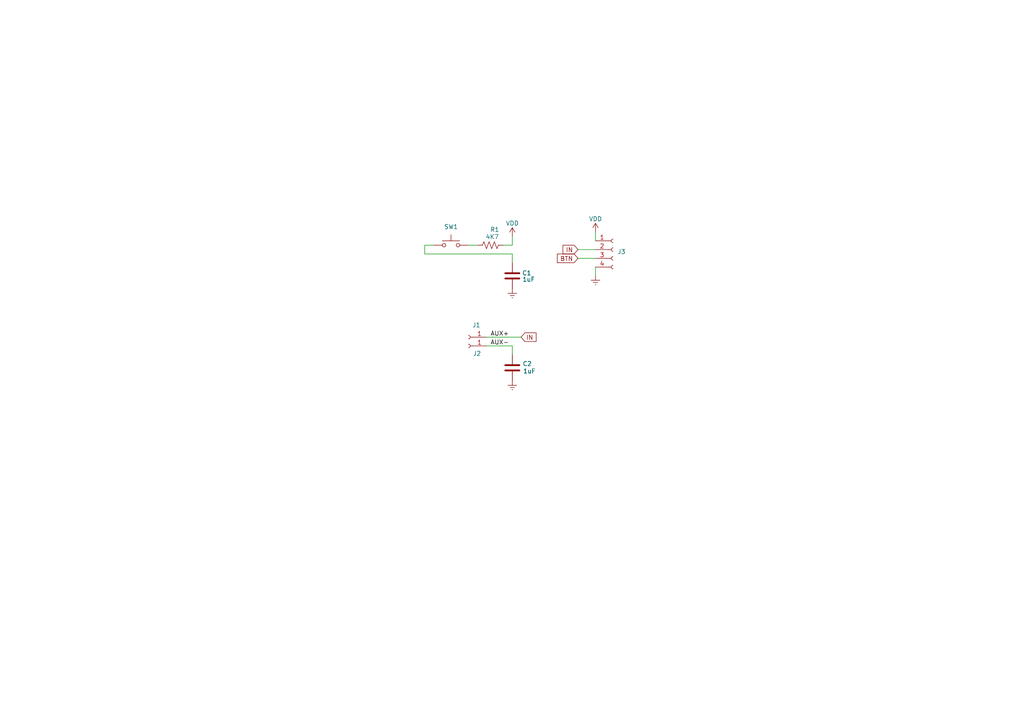
<source format=kicad_sch>
(kicad_sch (version 20230121) (generator eeschema)

  (uuid 1c0e5890-2e76-48d5-9ba7-5a5b625c54d1)

  (paper "A4")

  (lib_symbols
    (symbol "Connector:Conn_01x01_Socket" (pin_names (offset 1.016) hide) (in_bom yes) (on_board yes)
      (property "Reference" "J" (at 0 2.54 0)
        (effects (font (size 1.27 1.27)))
      )
      (property "Value" "Conn_01x01_Socket" (at 0 -2.54 0)
        (effects (font (size 1.27 1.27)))
      )
      (property "Footprint" "" (at 0 0 0)
        (effects (font (size 1.27 1.27)) hide)
      )
      (property "Datasheet" "~" (at 0 0 0)
        (effects (font (size 1.27 1.27)) hide)
      )
      (property "ki_locked" "" (at 0 0 0)
        (effects (font (size 1.27 1.27)))
      )
      (property "ki_keywords" "connector" (at 0 0 0)
        (effects (font (size 1.27 1.27)) hide)
      )
      (property "ki_description" "Generic connector, single row, 01x01, script generated" (at 0 0 0)
        (effects (font (size 1.27 1.27)) hide)
      )
      (property "ki_fp_filters" "Connector*:*_1x??_*" (at 0 0 0)
        (effects (font (size 1.27 1.27)) hide)
      )
      (symbol "Conn_01x01_Socket_1_1"
        (polyline
          (pts
            (xy -1.27 0)
            (xy -0.508 0)
          )
          (stroke (width 0.1524) (type default))
          (fill (type none))
        )
        (arc (start 0 0.508) (mid -0.5058 0) (end 0 -0.508)
          (stroke (width 0.1524) (type default))
          (fill (type none))
        )
        (pin passive line (at -5.08 0 0) (length 3.81)
          (name "Pin_1" (effects (font (size 1.27 1.27))))
          (number "1" (effects (font (size 1.27 1.27))))
        )
      )
    )
    (symbol "Connector:Conn_01x04_Socket" (pin_names (offset 1.016) hide) (in_bom yes) (on_board yes)
      (property "Reference" "J" (at 0 5.08 0)
        (effects (font (size 1.27 1.27)))
      )
      (property "Value" "Conn_01x04_Socket" (at 0 -7.62 0)
        (effects (font (size 1.27 1.27)))
      )
      (property "Footprint" "" (at 0 0 0)
        (effects (font (size 1.27 1.27)) hide)
      )
      (property "Datasheet" "~" (at 0 0 0)
        (effects (font (size 1.27 1.27)) hide)
      )
      (property "ki_locked" "" (at 0 0 0)
        (effects (font (size 1.27 1.27)))
      )
      (property "ki_keywords" "connector" (at 0 0 0)
        (effects (font (size 1.27 1.27)) hide)
      )
      (property "ki_description" "Generic connector, single row, 01x04, script generated" (at 0 0 0)
        (effects (font (size 1.27 1.27)) hide)
      )
      (property "ki_fp_filters" "Connector*:*_1x??_*" (at 0 0 0)
        (effects (font (size 1.27 1.27)) hide)
      )
      (symbol "Conn_01x04_Socket_1_1"
        (arc (start 0 -4.572) (mid -0.5058 -5.08) (end 0 -5.588)
          (stroke (width 0.1524) (type default))
          (fill (type none))
        )
        (arc (start 0 -2.032) (mid -0.5058 -2.54) (end 0 -3.048)
          (stroke (width 0.1524) (type default))
          (fill (type none))
        )
        (polyline
          (pts
            (xy -1.27 -5.08)
            (xy -0.508 -5.08)
          )
          (stroke (width 0.1524) (type default))
          (fill (type none))
        )
        (polyline
          (pts
            (xy -1.27 -2.54)
            (xy -0.508 -2.54)
          )
          (stroke (width 0.1524) (type default))
          (fill (type none))
        )
        (polyline
          (pts
            (xy -1.27 0)
            (xy -0.508 0)
          )
          (stroke (width 0.1524) (type default))
          (fill (type none))
        )
        (polyline
          (pts
            (xy -1.27 2.54)
            (xy -0.508 2.54)
          )
          (stroke (width 0.1524) (type default))
          (fill (type none))
        )
        (arc (start 0 0.508) (mid -0.5058 0) (end 0 -0.508)
          (stroke (width 0.1524) (type default))
          (fill (type none))
        )
        (arc (start 0 3.048) (mid -0.5058 2.54) (end 0 2.032)
          (stroke (width 0.1524) (type default))
          (fill (type none))
        )
        (pin passive line (at -5.08 2.54 0) (length 3.81)
          (name "Pin_1" (effects (font (size 1.27 1.27))))
          (number "1" (effects (font (size 1.27 1.27))))
        )
        (pin passive line (at -5.08 0 0) (length 3.81)
          (name "Pin_2" (effects (font (size 1.27 1.27))))
          (number "2" (effects (font (size 1.27 1.27))))
        )
        (pin passive line (at -5.08 -2.54 0) (length 3.81)
          (name "Pin_3" (effects (font (size 1.27 1.27))))
          (number "3" (effects (font (size 1.27 1.27))))
        )
        (pin passive line (at -5.08 -5.08 0) (length 3.81)
          (name "Pin_4" (effects (font (size 1.27 1.27))))
          (number "4" (effects (font (size 1.27 1.27))))
        )
      )
    )
    (symbol "Device:C" (pin_numbers hide) (pin_names (offset 0.254)) (in_bom yes) (on_board yes)
      (property "Reference" "C" (at 0.635 2.54 0)
        (effects (font (size 1.27 1.27)) (justify left))
      )
      (property "Value" "C" (at 0.635 -2.54 0)
        (effects (font (size 1.27 1.27)) (justify left))
      )
      (property "Footprint" "" (at 0.9652 -3.81 0)
        (effects (font (size 1.27 1.27)) hide)
      )
      (property "Datasheet" "~" (at 0 0 0)
        (effects (font (size 1.27 1.27)) hide)
      )
      (property "ki_keywords" "cap capacitor" (at 0 0 0)
        (effects (font (size 1.27 1.27)) hide)
      )
      (property "ki_description" "Unpolarized capacitor" (at 0 0 0)
        (effects (font (size 1.27 1.27)) hide)
      )
      (property "ki_fp_filters" "C_*" (at 0 0 0)
        (effects (font (size 1.27 1.27)) hide)
      )
      (symbol "C_0_1"
        (polyline
          (pts
            (xy -2.032 -0.762)
            (xy 2.032 -0.762)
          )
          (stroke (width 0.508) (type default))
          (fill (type none))
        )
        (polyline
          (pts
            (xy -2.032 0.762)
            (xy 2.032 0.762)
          )
          (stroke (width 0.508) (type default))
          (fill (type none))
        )
      )
      (symbol "C_1_1"
        (pin passive line (at 0 3.81 270) (length 2.794)
          (name "~" (effects (font (size 1.27 1.27))))
          (number "1" (effects (font (size 1.27 1.27))))
        )
        (pin passive line (at 0 -3.81 90) (length 2.794)
          (name "~" (effects (font (size 1.27 1.27))))
          (number "2" (effects (font (size 1.27 1.27))))
        )
      )
    )
    (symbol "Device:R_US" (pin_numbers hide) (pin_names (offset 0)) (in_bom yes) (on_board yes)
      (property "Reference" "R" (at 2.54 0 90)
        (effects (font (size 1.27 1.27)))
      )
      (property "Value" "R_US" (at -2.54 0 90)
        (effects (font (size 1.27 1.27)))
      )
      (property "Footprint" "" (at 1.016 -0.254 90)
        (effects (font (size 1.27 1.27)) hide)
      )
      (property "Datasheet" "~" (at 0 0 0)
        (effects (font (size 1.27 1.27)) hide)
      )
      (property "ki_keywords" "R res resistor" (at 0 0 0)
        (effects (font (size 1.27 1.27)) hide)
      )
      (property "ki_description" "Resistor, US symbol" (at 0 0 0)
        (effects (font (size 1.27 1.27)) hide)
      )
      (property "ki_fp_filters" "R_*" (at 0 0 0)
        (effects (font (size 1.27 1.27)) hide)
      )
      (symbol "R_US_0_1"
        (polyline
          (pts
            (xy 0 -2.286)
            (xy 0 -2.54)
          )
          (stroke (width 0) (type default))
          (fill (type none))
        )
        (polyline
          (pts
            (xy 0 2.286)
            (xy 0 2.54)
          )
          (stroke (width 0) (type default))
          (fill (type none))
        )
        (polyline
          (pts
            (xy 0 -0.762)
            (xy 1.016 -1.143)
            (xy 0 -1.524)
            (xy -1.016 -1.905)
            (xy 0 -2.286)
          )
          (stroke (width 0) (type default))
          (fill (type none))
        )
        (polyline
          (pts
            (xy 0 0.762)
            (xy 1.016 0.381)
            (xy 0 0)
            (xy -1.016 -0.381)
            (xy 0 -0.762)
          )
          (stroke (width 0) (type default))
          (fill (type none))
        )
        (polyline
          (pts
            (xy 0 2.286)
            (xy 1.016 1.905)
            (xy 0 1.524)
            (xy -1.016 1.143)
            (xy 0 0.762)
          )
          (stroke (width 0) (type default))
          (fill (type none))
        )
      )
      (symbol "R_US_1_1"
        (pin passive line (at 0 3.81 270) (length 1.27)
          (name "~" (effects (font (size 1.27 1.27))))
          (number "1" (effects (font (size 1.27 1.27))))
        )
        (pin passive line (at 0 -3.81 90) (length 1.27)
          (name "~" (effects (font (size 1.27 1.27))))
          (number "2" (effects (font (size 1.27 1.27))))
        )
      )
    )
    (symbol "Switch:SW_Push" (pin_numbers hide) (pin_names (offset 1.016) hide) (in_bom yes) (on_board yes)
      (property "Reference" "SW" (at 1.27 2.54 0)
        (effects (font (size 1.27 1.27)) (justify left))
      )
      (property "Value" "SW_Push" (at 0 -1.524 0)
        (effects (font (size 1.27 1.27)))
      )
      (property "Footprint" "" (at 0 5.08 0)
        (effects (font (size 1.27 1.27)) hide)
      )
      (property "Datasheet" "~" (at 0 5.08 0)
        (effects (font (size 1.27 1.27)) hide)
      )
      (property "ki_keywords" "switch normally-open pushbutton push-button" (at 0 0 0)
        (effects (font (size 1.27 1.27)) hide)
      )
      (property "ki_description" "Push button switch, generic, two pins" (at 0 0 0)
        (effects (font (size 1.27 1.27)) hide)
      )
      (symbol "SW_Push_0_1"
        (circle (center -2.032 0) (radius 0.508)
          (stroke (width 0) (type default))
          (fill (type none))
        )
        (polyline
          (pts
            (xy 0 1.27)
            (xy 0 3.048)
          )
          (stroke (width 0) (type default))
          (fill (type none))
        )
        (polyline
          (pts
            (xy 2.54 1.27)
            (xy -2.54 1.27)
          )
          (stroke (width 0) (type default))
          (fill (type none))
        )
        (circle (center 2.032 0) (radius 0.508)
          (stroke (width 0) (type default))
          (fill (type none))
        )
        (pin passive line (at -5.08 0 0) (length 2.54)
          (name "1" (effects (font (size 1.27 1.27))))
          (number "1" (effects (font (size 1.27 1.27))))
        )
        (pin passive line (at 5.08 0 180) (length 2.54)
          (name "2" (effects (font (size 1.27 1.27))))
          (number "2" (effects (font (size 1.27 1.27))))
        )
      )
    )
    (symbol "power:Earth" (power) (pin_names (offset 0)) (in_bom yes) (on_board yes)
      (property "Reference" "#PWR" (at 0 -6.35 0)
        (effects (font (size 1.27 1.27)) hide)
      )
      (property "Value" "Earth" (at 0 -3.81 0)
        (effects (font (size 1.27 1.27)) hide)
      )
      (property "Footprint" "" (at 0 0 0)
        (effects (font (size 1.27 1.27)) hide)
      )
      (property "Datasheet" "~" (at 0 0 0)
        (effects (font (size 1.27 1.27)) hide)
      )
      (property "ki_keywords" "global ground gnd" (at 0 0 0)
        (effects (font (size 1.27 1.27)) hide)
      )
      (property "ki_description" "Power symbol creates a global label with name \"Earth\"" (at 0 0 0)
        (effects (font (size 1.27 1.27)) hide)
      )
      (symbol "Earth_0_1"
        (polyline
          (pts
            (xy -0.635 -1.905)
            (xy 0.635 -1.905)
          )
          (stroke (width 0) (type default))
          (fill (type none))
        )
        (polyline
          (pts
            (xy -0.127 -2.54)
            (xy 0.127 -2.54)
          )
          (stroke (width 0) (type default))
          (fill (type none))
        )
        (polyline
          (pts
            (xy 0 -1.27)
            (xy 0 0)
          )
          (stroke (width 0) (type default))
          (fill (type none))
        )
        (polyline
          (pts
            (xy 1.27 -1.27)
            (xy -1.27 -1.27)
          )
          (stroke (width 0) (type default))
          (fill (type none))
        )
      )
      (symbol "Earth_1_1"
        (pin power_in line (at 0 0 270) (length 0) hide
          (name "Earth" (effects (font (size 1.27 1.27))))
          (number "1" (effects (font (size 1.27 1.27))))
        )
      )
    )
    (symbol "power:VDD" (power) (pin_names (offset 0)) (in_bom yes) (on_board yes)
      (property "Reference" "#PWR" (at 0 -3.81 0)
        (effects (font (size 1.27 1.27)) hide)
      )
      (property "Value" "VDD" (at 0 3.81 0)
        (effects (font (size 1.27 1.27)))
      )
      (property "Footprint" "" (at 0 0 0)
        (effects (font (size 1.27 1.27)) hide)
      )
      (property "Datasheet" "" (at 0 0 0)
        (effects (font (size 1.27 1.27)) hide)
      )
      (property "ki_keywords" "global power" (at 0 0 0)
        (effects (font (size 1.27 1.27)) hide)
      )
      (property "ki_description" "Power symbol creates a global label with name \"VDD\"" (at 0 0 0)
        (effects (font (size 1.27 1.27)) hide)
      )
      (symbol "VDD_0_1"
        (polyline
          (pts
            (xy -0.762 1.27)
            (xy 0 2.54)
          )
          (stroke (width 0) (type default))
          (fill (type none))
        )
        (polyline
          (pts
            (xy 0 0)
            (xy 0 2.54)
          )
          (stroke (width 0) (type default))
          (fill (type none))
        )
        (polyline
          (pts
            (xy 0 2.54)
            (xy 0.762 1.27)
          )
          (stroke (width 0) (type default))
          (fill (type none))
        )
      )
      (symbol "VDD_1_1"
        (pin power_in line (at 0 0 90) (length 0) hide
          (name "VDD" (effects (font (size 1.27 1.27))))
          (number "1" (effects (font (size 1.27 1.27))))
        )
      )
    )
  )


  (wire (pts (xy 148.59 68.58) (xy 148.59 71.12))
    (stroke (width 0) (type default))
    (uuid 0f90e301-6b41-46d2-9b5e-ce4a537bed4a)
  )
  (wire (pts (xy 123.19 71.12) (xy 123.19 73.66))
    (stroke (width 0) (type default))
    (uuid 1232d169-9c15-443a-ac0d-3f765f605551)
  )
  (wire (pts (xy 135.89 71.12) (xy 138.43 71.12))
    (stroke (width 0) (type default))
    (uuid 192bf61a-82ce-4a82-85e0-08119fd1420e)
  )
  (wire (pts (xy 148.59 102.87) (xy 148.59 100.33))
    (stroke (width 0) (type default))
    (uuid 1b4646ba-60bd-4ce0-85b3-90a9acb5a115)
  )
  (wire (pts (xy 123.19 71.12) (xy 125.73 71.12))
    (stroke (width 0) (type default))
    (uuid 32ddf4d6-4651-4dcb-b846-91a1d44df094)
  )
  (wire (pts (xy 167.64 72.39) (xy 172.72 72.39))
    (stroke (width 0) (type default))
    (uuid 34d25400-e3a3-4500-883f-5164989baa89)
  )
  (wire (pts (xy 140.97 97.79) (xy 151.13 97.79))
    (stroke (width 0) (type default))
    (uuid 466e0442-394b-464a-9cd1-c3ebbd8cdd2e)
  )
  (wire (pts (xy 148.59 71.12) (xy 146.05 71.12))
    (stroke (width 0) (type default))
    (uuid 4fb457a5-1923-47ea-bff2-1dbdfd2397dc)
  )
  (wire (pts (xy 167.64 74.93) (xy 172.72 74.93))
    (stroke (width 0) (type default))
    (uuid 54fd8502-8b5d-4163-9829-fa2eb9d95741)
  )
  (wire (pts (xy 148.59 73.66) (xy 148.59 76.2))
    (stroke (width 0) (type default))
    (uuid 5866322b-3830-47c7-b068-ea77ce663580)
  )
  (wire (pts (xy 123.19 73.66) (xy 148.59 73.66))
    (stroke (width 0) (type default))
    (uuid 63b88ba7-b0d1-4539-a04b-690b7f07b214)
  )
  (wire (pts (xy 148.59 100.33) (xy 140.97 100.33))
    (stroke (width 0) (type default))
    (uuid 8da1c022-fe03-4c39-b190-1f0452a9a6de)
  )
  (wire (pts (xy 172.72 67.31) (xy 172.72 69.85))
    (stroke (width 0) (type default))
    (uuid a993fb36-d8f6-4d15-bbed-5ee36c1e0834)
  )
  (wire (pts (xy 172.72 80.01) (xy 172.72 77.47))
    (stroke (width 0) (type default))
    (uuid fc97dd06-740d-4a07-90d1-6fab910de12d)
  )

  (label "AUX+" (at 142.24 97.79 0) (fields_autoplaced)
    (effects (font (size 1.27 1.27)) (justify left bottom))
    (uuid 0f0bb5f6-6809-45e9-9159-6259b7c039b7)
  )
  (label "AUX-" (at 142.24 100.33 0) (fields_autoplaced)
    (effects (font (size 1.27 1.27)) (justify left bottom))
    (uuid 880b0671-38eb-4718-8fd1-ccb8c3c4788f)
  )

  (global_label "IN" (shape input) (at 151.13 97.79 0) (fields_autoplaced)
    (effects (font (size 1.27 1.27)) (justify left))
    (uuid 332d96de-efb6-49ac-987f-a277460e15b5)
    (property "Intersheetrefs" "${INTERSHEET_REFS}" (at 155.9711 97.79 0)
      (effects (font (size 1.27 1.27)) (justify left) hide)
    )
  )
  (global_label "IN" (shape input) (at 167.64 72.39 180) (fields_autoplaced)
    (effects (font (size 1.27 1.27)) (justify right))
    (uuid e09d35f3-1a13-4b4f-bf80-5370e81a9afa)
    (property "Intersheetrefs" "${INTERSHEET_REFS}" (at 162.7989 72.39 0)
      (effects (font (size 1.27 1.27)) (justify right) hide)
    )
  )
  (global_label "BTN" (shape input) (at 167.64 74.93 180) (fields_autoplaced)
    (effects (font (size 1.27 1.27)) (justify right))
    (uuid fcb94613-1450-41f7-8ffd-fe3edba25afb)
    (property "Intersheetrefs" "${INTERSHEET_REFS}" (at 161.1661 74.93 0)
      (effects (font (size 1.27 1.27)) (justify right) hide)
    )
  )

  (symbol (lib_id "Device:C") (at 148.59 80.01 0) (unit 1)
    (in_bom yes) (on_board yes) (dnp no)
    (uuid 20b700dd-5970-4711-87c3-6f45530404a1)
    (property "Reference" "C1" (at 154.1366 79.2019 0)
      (effects (font (size 1.27 1.27)) (justify right))
    )
    (property "Value" "1uF" (at 155.1656 81.0312 0)
      (effects (font (size 1.27 1.27)) (justify right))
    )
    (property "Footprint" "Capacitor_SMD:C_0402_1005Metric" (at 149.5552 83.82 0)
      (effects (font (size 1.27 1.27)) hide)
    )
    (property "Datasheet" "~" (at 148.59 80.01 0)
      (effects (font (size 1.27 1.27)) hide)
    )
    (property "LCSC" "C389008" (at 148.59 80.01 0)
      (effects (font (size 1.27 1.27)) hide)
    )
    (pin "1" (uuid 960dcfc2-a622-407c-b287-99521bb006c8))
    (pin "2" (uuid 29fed934-f673-47da-8fdc-e71aea62834b))
    (instances
      (project "Auxilliary"
        (path "/1c0e5890-2e76-48d5-9ba7-5a5b625c54d1"
          (reference "C1") (unit 1)
        )
      )
      (project "MiniSpeaker_Sch"
        (path "/381545a7-118b-42ed-95b7-556cf3d5ccf1"
          (reference "C14") (unit 1)
        )
      )
      (project "ControlPanel"
        (path "/65babcf1-51be-450b-8f6b-a5b3bcaf1a10"
          (reference "C1") (unit 1)
        )
      )
    )
  )

  (symbol (lib_id "power:Earth") (at 148.59 83.82 0) (unit 1)
    (in_bom yes) (on_board yes) (dnp no) (fields_autoplaced)
    (uuid 2b52b5b6-bc85-4cdd-9edf-aa1000a72e99)
    (property "Reference" "#PWR03" (at 148.59 90.17 0)
      (effects (font (size 1.27 1.27)) hide)
    )
    (property "Value" "Earth" (at 148.59 87.63 0)
      (effects (font (size 1.27 1.27)) hide)
    )
    (property "Footprint" "" (at 148.59 83.82 0)
      (effects (font (size 1.27 1.27)) hide)
    )
    (property "Datasheet" "~" (at 148.59 83.82 0)
      (effects (font (size 1.27 1.27)) hide)
    )
    (pin "1" (uuid e69f7f19-feb1-4907-b110-e74c50e7a7e7))
    (instances
      (project "Auxilliary"
        (path "/1c0e5890-2e76-48d5-9ba7-5a5b625c54d1"
          (reference "#PWR03") (unit 1)
        )
      )
      (project "MiniSpeaker_Sch"
        (path "/381545a7-118b-42ed-95b7-556cf3d5ccf1"
          (reference "#PWR020") (unit 1)
        )
      )
      (project "ControlPanel"
        (path "/65babcf1-51be-450b-8f6b-a5b3bcaf1a10"
          (reference "#PWR04") (unit 1)
        )
      )
    )
  )

  (symbol (lib_id "Connector:Conn_01x01_Socket") (at 135.89 100.33 0) (mirror y) (unit 1)
    (in_bom yes) (on_board yes) (dnp no)
    (uuid 41bf6326-1589-4da0-a4ca-c17dbe5dc446)
    (property "Reference" "J2" (at 138.3531 102.5455 0)
      (effects (font (size 1.27 1.27)))
    )
    (property "Value" "Conn_01x01_Socket" (at 136.525 99.06 0)
      (effects (font (size 1.27 1.27)) hide)
    )
    (property "Footprint" "TestPoint:TestPoint_Pad_D2.0mm" (at 135.89 100.33 0)
      (effects (font (size 1.27 1.27)) hide)
    )
    (property "Datasheet" "~" (at 135.89 100.33 0)
      (effects (font (size 1.27 1.27)) hide)
    )
    (pin "1" (uuid 8dff7980-4884-49be-9c7c-2bee2964b7c7))
    (instances
      (project "Auxilliary"
        (path "/1c0e5890-2e76-48d5-9ba7-5a5b625c54d1"
          (reference "J2") (unit 1)
        )
      )
    )
  )

  (symbol (lib_id "Connector:Conn_01x01_Socket") (at 135.89 97.79 0) (mirror y) (unit 1)
    (in_bom yes) (on_board yes) (dnp no)
    (uuid 4da965ea-05b4-4975-b846-59c389ddf60a)
    (property "Reference" "J1" (at 138.1714 94.2804 0)
      (effects (font (size 1.27 1.27)))
    )
    (property "Value" "Conn_01x01_Socket" (at 136.525 96.52 0)
      (effects (font (size 1.27 1.27)) hide)
    )
    (property "Footprint" "TestPoint:TestPoint_Pad_D2.0mm" (at 135.89 97.79 0)
      (effects (font (size 1.27 1.27)) hide)
    )
    (property "Datasheet" "~" (at 135.89 97.79 0)
      (effects (font (size 1.27 1.27)) hide)
    )
    (pin "1" (uuid 31e666f7-79f1-4dff-b1fa-de0218612c96))
    (instances
      (project "Auxilliary"
        (path "/1c0e5890-2e76-48d5-9ba7-5a5b625c54d1"
          (reference "J1") (unit 1)
        )
      )
    )
  )

  (symbol (lib_id "power:Earth") (at 172.72 80.01 0) (unit 1)
    (in_bom yes) (on_board yes) (dnp no) (fields_autoplaced)
    (uuid 4e4ad6ca-0474-4bb2-a94a-15237f56d819)
    (property "Reference" "#PWR05" (at 172.72 86.36 0)
      (effects (font (size 1.27 1.27)) hide)
    )
    (property "Value" "Earth" (at 172.72 83.82 0)
      (effects (font (size 1.27 1.27)) hide)
    )
    (property "Footprint" "" (at 172.72 80.01 0)
      (effects (font (size 1.27 1.27)) hide)
    )
    (property "Datasheet" "~" (at 172.72 80.01 0)
      (effects (font (size 1.27 1.27)) hide)
    )
    (pin "1" (uuid 289694bd-60d8-45a3-a980-38f6487f7fc8))
    (instances
      (project "Auxilliary"
        (path "/1c0e5890-2e76-48d5-9ba7-5a5b625c54d1"
          (reference "#PWR05") (unit 1)
        )
      )
      (project "MiniSpeaker_Sch"
        (path "/381545a7-118b-42ed-95b7-556cf3d5ccf1"
          (reference "#PWR020") (unit 1)
        )
      )
      (project "ControlPanel"
        (path "/65babcf1-51be-450b-8f6b-a5b3bcaf1a10"
          (reference "#PWR04") (unit 1)
        )
      )
    )
  )

  (symbol (lib_id "power:VDD") (at 172.72 67.31 0) (mirror y) (unit 1)
    (in_bom yes) (on_board yes) (dnp no) (fields_autoplaced)
    (uuid 5eabb2d2-9be8-407a-a1d2-c4c06966eb3f)
    (property "Reference" "#PWR04" (at 172.72 71.12 0)
      (effects (font (size 1.27 1.27)) hide)
    )
    (property "Value" "VDD" (at 172.72 63.5 0)
      (effects (font (size 1.27 1.27)))
    )
    (property "Footprint" "" (at 172.72 67.31 0)
      (effects (font (size 1.27 1.27)) hide)
    )
    (property "Datasheet" "" (at 172.72 67.31 0)
      (effects (font (size 1.27 1.27)) hide)
    )
    (pin "1" (uuid c1650738-8b80-4560-a83c-4f936e322db5))
    (instances
      (project "Auxilliary"
        (path "/1c0e5890-2e76-48d5-9ba7-5a5b625c54d1"
          (reference "#PWR04") (unit 1)
        )
      )
      (project "MiniSpeaker_Sch"
        (path "/381545a7-118b-42ed-95b7-556cf3d5ccf1"
          (reference "#PWR018") (unit 1)
        )
      )
      (project "ControlPanel"
        (path "/65babcf1-51be-450b-8f6b-a5b3bcaf1a10"
          (reference "#PWR01") (unit 1)
        )
      )
    )
  )

  (symbol (lib_id "Switch:SW_Push") (at 130.81 71.12 0) (unit 1)
    (in_bom yes) (on_board yes) (dnp no)
    (uuid 607f26cb-b5ee-4ebd-8253-83d60e2f46eb)
    (property "Reference" "SW1" (at 130.8278 65.7856 0)
      (effects (font (size 1.27 1.27)))
    )
    (property "Value" "SW_Push" (at 130.81 67.31 0)
      (effects (font (size 1.27 1.27)) hide)
    )
    (property "Footprint" "Button_Switch_THT:SW_PUSH_6mm_H13mm" (at 130.81 66.04 0)
      (effects (font (size 1.27 1.27)) hide)
    )
    (property "Datasheet" "~" (at 130.81 66.04 0)
      (effects (font (size 1.27 1.27)) hide)
    )
    (pin "1" (uuid e1965a30-8ac9-452c-b26f-0758b53b2af4))
    (pin "2" (uuid 549de5cf-058c-4d20-9e66-c3928cccd0b2))
    (instances
      (project "Auxilliary"
        (path "/1c0e5890-2e76-48d5-9ba7-5a5b625c54d1"
          (reference "SW1") (unit 1)
        )
      )
      (project "MiniSpeaker_Sch"
        (path "/381545a7-118b-42ed-95b7-556cf3d5ccf1"
          (reference "SW1") (unit 1)
        )
      )
      (project "ControlPanel"
        (path "/65babcf1-51be-450b-8f6b-a5b3bcaf1a10"
          (reference "SW1") (unit 1)
        )
      )
    )
  )

  (symbol (lib_id "Device:R_US") (at 142.24 71.12 90) (unit 1)
    (in_bom yes) (on_board yes) (dnp no)
    (uuid 9180b807-8137-42ce-bfb5-6102d539b94c)
    (property "Reference" "R1" (at 142.131 66.5904 90)
      (effects (font (size 1.27 1.27)) (justify right))
    )
    (property "Value" "4K7" (at 140.8169 68.6907 90)
      (effects (font (size 1.27 1.27)) (justify right))
    )
    (property "Footprint" "Resistor_SMD:R_0402_1005Metric" (at 142.494 70.104 90)
      (effects (font (size 1.27 1.27)) hide)
    )
    (property "Datasheet" "~" (at 142.24 71.12 0)
      (effects (font (size 1.27 1.27)) hide)
    )
    (property "LCSC" "C2935240" (at 142.24 71.12 0)
      (effects (font (size 1.27 1.27)) hide)
    )
    (pin "1" (uuid 3fb49a0a-d120-4d16-b892-7c7c6c188ac9))
    (pin "2" (uuid f2221da6-a25f-41de-aa04-95f3814d80b1))
    (instances
      (project "Auxilliary"
        (path "/1c0e5890-2e76-48d5-9ba7-5a5b625c54d1"
          (reference "R1") (unit 1)
        )
      )
      (project "MiniSpeaker_Sch"
        (path "/381545a7-118b-42ed-95b7-556cf3d5ccf1"
          (reference "R8") (unit 1)
        )
      )
      (project "ControlPanel"
        (path "/65babcf1-51be-450b-8f6b-a5b3bcaf1a10"
          (reference "R2") (unit 1)
        )
      )
    )
  )

  (symbol (lib_id "power:Earth") (at 148.59 110.49 0) (unit 1)
    (in_bom yes) (on_board yes) (dnp no) (fields_autoplaced)
    (uuid 98dfee00-a968-4505-9901-6d03e4101255)
    (property "Reference" "#PWR01" (at 148.59 116.84 0)
      (effects (font (size 1.27 1.27)) hide)
    )
    (property "Value" "Earth" (at 148.59 114.3 0)
      (effects (font (size 1.27 1.27)) hide)
    )
    (property "Footprint" "" (at 148.59 110.49 0)
      (effects (font (size 1.27 1.27)) hide)
    )
    (property "Datasheet" "~" (at 148.59 110.49 0)
      (effects (font (size 1.27 1.27)) hide)
    )
    (pin "1" (uuid 7e1aec18-376c-43bc-9b26-0bead60cb491))
    (instances
      (project "Auxilliary"
        (path "/1c0e5890-2e76-48d5-9ba7-5a5b625c54d1"
          (reference "#PWR01") (unit 1)
        )
      )
      (project "ControlPanel"
        (path "/65babcf1-51be-450b-8f6b-a5b3bcaf1a10"
          (reference "#PWR06") (unit 1)
        )
      )
    )
  )

  (symbol (lib_id "Connector:Conn_01x04_Socket") (at 177.8 72.39 0) (unit 1)
    (in_bom yes) (on_board yes) (dnp no) (fields_autoplaced)
    (uuid b600ab1c-24ef-46a3-b309-d10bcb3bf7f1)
    (property "Reference" "J3" (at 179.07 73.025 0)
      (effects (font (size 1.27 1.27)) (justify left))
    )
    (property "Value" "Conn_01x04_Socket" (at 179.07 75.565 0)
      (effects (font (size 1.27 1.27)) (justify left) hide)
    )
    (property "Footprint" "Connector_PinSocket_2.54mm:PinSocket_2x02_P2.54mm_Vertical" (at 177.8 72.39 0)
      (effects (font (size 1.27 1.27)) hide)
    )
    (property "Datasheet" "~" (at 177.8 72.39 0)
      (effects (font (size 1.27 1.27)) hide)
    )
    (pin "1" (uuid f2220a7c-2162-467f-bd09-c6697d67fae9))
    (pin "2" (uuid 44a91a28-ca2e-4fd5-845c-1e2ec55a234a))
    (pin "3" (uuid c4242d97-627c-400b-89cb-dfcbcc58db05))
    (pin "4" (uuid 5d31efd2-4510-4e6e-b1d7-f45a4c5c73c0))
    (instances
      (project "Auxilliary"
        (path "/1c0e5890-2e76-48d5-9ba7-5a5b625c54d1"
          (reference "J3") (unit 1)
        )
      )
    )
  )

  (symbol (lib_id "Device:C") (at 148.59 106.68 0) (unit 1)
    (in_bom yes) (on_board yes) (dnp no)
    (uuid bdc6657b-d85e-426a-b084-5c5ba9ebf9c7)
    (property "Reference" "C2" (at 154.2662 105.5108 0)
      (effects (font (size 1.27 1.27)) (justify right))
    )
    (property "Value" "1uF" (at 155.3687 107.6439 0)
      (effects (font (size 1.27 1.27)) (justify right))
    )
    (property "Footprint" "Capacitor_SMD:C_0402_1005Metric" (at 149.5552 110.49 0)
      (effects (font (size 1.27 1.27)) hide)
    )
    (property "Datasheet" "~" (at 148.59 106.68 0)
      (effects (font (size 1.27 1.27)) hide)
    )
    (property "LCSC" "C389008" (at 148.59 106.68 0)
      (effects (font (size 1.27 1.27)) hide)
    )
    (pin "1" (uuid aab5bb63-3351-4c0f-80c8-392d1cb4969a))
    (pin "2" (uuid 91d152e4-568f-4662-9531-b3a031cf5618))
    (instances
      (project "Auxilliary"
        (path "/1c0e5890-2e76-48d5-9ba7-5a5b625c54d1"
          (reference "C2") (unit 1)
        )
      )
      (project "MiniSpeaker_Sch"
        (path "/381545a7-118b-42ed-95b7-556cf3d5ccf1"
          (reference "C10") (unit 1)
        )
      )
    )
  )

  (symbol (lib_id "power:VDD") (at 148.59 68.58 0) (mirror y) (unit 1)
    (in_bom yes) (on_board yes) (dnp no) (fields_autoplaced)
    (uuid e1e99aaa-d81d-4803-8947-e728c92b4d03)
    (property "Reference" "#PWR02" (at 148.59 72.39 0)
      (effects (font (size 1.27 1.27)) hide)
    )
    (property "Value" "VDD" (at 148.59 64.77 0)
      (effects (font (size 1.27 1.27)))
    )
    (property "Footprint" "" (at 148.59 68.58 0)
      (effects (font (size 1.27 1.27)) hide)
    )
    (property "Datasheet" "" (at 148.59 68.58 0)
      (effects (font (size 1.27 1.27)) hide)
    )
    (pin "1" (uuid 02cc99a0-7304-4ae6-8f3f-76f4b32b11f3))
    (instances
      (project "Auxilliary"
        (path "/1c0e5890-2e76-48d5-9ba7-5a5b625c54d1"
          (reference "#PWR02") (unit 1)
        )
      )
      (project "MiniSpeaker_Sch"
        (path "/381545a7-118b-42ed-95b7-556cf3d5ccf1"
          (reference "#PWR018") (unit 1)
        )
      )
      (project "ControlPanel"
        (path "/65babcf1-51be-450b-8f6b-a5b3bcaf1a10"
          (reference "#PWR01") (unit 1)
        )
      )
    )
  )

  (sheet_instances
    (path "/" (page "1"))
  )
)

</source>
